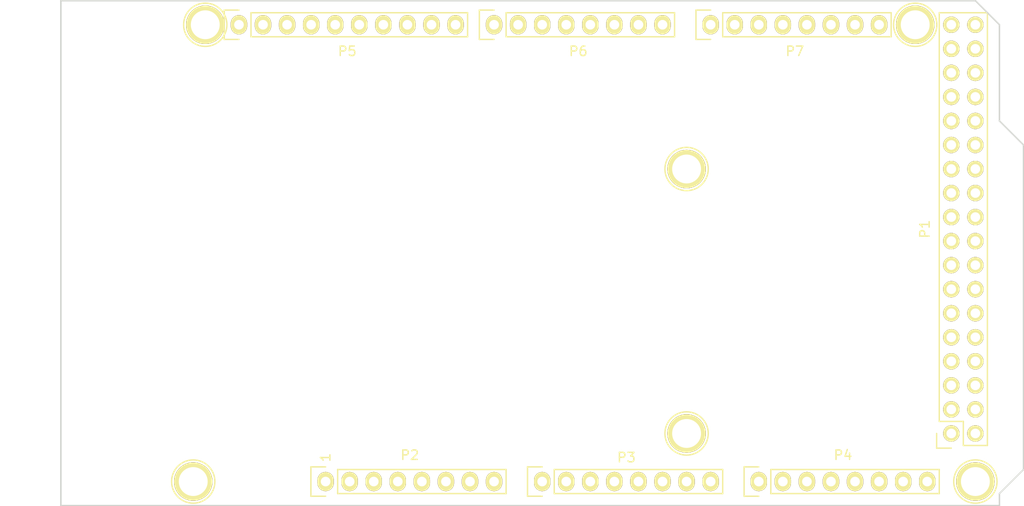
<source format=kicad_pcb>
(kicad_pcb (version 20221018) (generator pcbnew)
  (title_block (date "mar. 31 mars 2015"))
  (layers (0 "F.Cu" signal) (31 "B.Cu" signal) (34 "B.Paste" user) (35 "F.Paste" user) (36 "B.SilkS" user "B.Silkscreen") (37 "F.SilkS" user "F.Silkscreen") (38 "B.Mask" user) (39 "F.Mask" user) (44 "Edge.Cuts" user))
  (net 0 "")
  (net 1 "GND")
  (net 2 "/52(SCK)")
  (net 3 "/53(SS)")
  (net 4 "/50(MISO)")
  (net 5 "/51(MOSI)")
  (net 6 "/48")
  (net 7 "/49")
  (net 8 "/46")
  (net 9 "/47")
  (net 10 "/44")
  (net 11 "/45")
  (net 12 "/42")
  (net 13 "/43")
  (net 14 "/40")
  (net 15 "/41")
  (net 16 "/38")
  (net 17 "/39")
  (net 18 "/36")
  (net 19 "/37")
  (net 20 "/34")
  (net 21 "/35")
  (net 22 "/32")
  (net 23 "/33")
  (net 24 "/30")
  (net 25 "/31")
  (net 26 "/28")
  (net 27 "/29")
  (net 28 "/26")
  (net 29 "/27")
  (net 30 "/24")
  (net 31 "/25")
  (net 32 "/22")
  (net 33 "/23")
  (net 34 "+5V")
  (net 35 "/IOREF")
  (net 36 "/Reset")
  (net 37 "/Vin")
  (net 38 "/A0")
  (net 39 "/A1")
  (net 40 "/A2")
  (net 41 "/A3")
  (net 42 "/A4")
  (net 43 "/A5")
  (net 44 "/A6")
  (net 45 "/A7")
  (net 46 "/A8")
  (net 47 "/A9")
  (net 48 "/A10")
  (net 49 "/A11")
  (net 50 "/A12")
  (net 51 "/A13")
  (net 52 "/A14")
  (net 53 "/A15")
  (net 54 "/SCL")
  (net 55 "/SDA")
  (net 56 "/AREF")
  (net 57 "/13(**)")
  (net 58 "/12(**)")
  (net 59 "/11(**)")
  (net 60 "/10(**)")
  (net 61 "/9(**)")
  (net 62 "/8(**)")
  (net 63 "/7(**)")
  (net 64 "/6(**)")
  (net 65 "/5(**)")
  (net 66 "/4(**)")
  (net 67 "/3(**)")
  (net 68 "/2(**)")
  (net 69 "/20(SDA)")
  (net 70 "/21(SCL)")
  (net 71 "Net-(P8-Pad1)")
  (net 72 "Net-(P9-Pad1)")
  (net 73 "Net-(P10-Pad1)")
  (net 74 "Net-(P11-Pad1)")
  (net 75 "Net-(P12-Pad1)")
  (net 76 "Net-(P13-Pad1)")
  (net 77 "Net-(P2-Pad1)")
  (net 78 "+3V3")
  (net 79 "/1(Tx0)")
  (net 80 "/0(Rx0)")
  (net 81 "/14(Tx3)")
  (net 82 "/15(Rx3)")
  (net 83 "/16(Tx2)")
  (net 84 "/17(Rx2)")
  (net 85 "/18(Tx1)")
  (net 86 "/19(Rx1)")
  (footprint "Socket_Arduino_Mega:Socket_Strip_Arduino_2x18" (layer "F.Cu") (at 197.358 114.046 90)
    (fp_text reference "P1" (at 21.59 -2.794 90) (layer "F.SilkS"))
    (fp_text value "Digital")
    (fp_line (start -1.55 -1.55) (end -1.55 0) (stroke (width 0.15)) (layer "F.SilkS"))
    (fp_line (start -1.27 1.27) (end 1.27 1.27) (stroke (width 0.15)) (layer "F.SilkS"))
    (fp_line (start -1.27 3.81) (end -1.27 1.27) (stroke (width 0.15)) (layer "F.SilkS"))
    (fp_line (start -1.27 3.81) (end 44.45 3.81) (stroke (width 0.15)) (layer "F.SilkS"))
    (fp_line (start 0 -1.55) (end -1.55 -1.55) (stroke (width 0.15)) (layer "F.SilkS"))
    (fp_line (start 1.27 1.27) (end 1.27 -1.27) (stroke (width 0.15)) (layer "F.SilkS"))
    (fp_line (start 44.45 -1.27) (end 1.27 -1.27) (stroke (width 0.15)) (layer "F.SilkS"))
    (fp_line (start 44.45 3.81) (end 44.45 -1.27) (stroke (width 0.15)) (layer "F.SilkS"))
    (pad "1" thru_hole circle locked (at 0 0 90) (size 1.7272 1.7272) (drill 1.016) (layers "*.Cu" "*.Mask" "F.SilkS") (net 1 "GND"))
    (pad "2" thru_hole oval locked (at 0 2.54 90) (size 1.7272 1.7272) (drill 1.016) (layers "*.Cu" "*.Mask" "F.SilkS") (net 1 "GND"))
    (pad "3" thru_hole oval locked (at 2.54 0 90) (size 1.7272 1.7272) (drill 1.016) (layers "*.Cu" "*.Mask" "F.SilkS") (net 2 "/52(SCK)"))
    (pad "4" thru_hole oval locked (at 2.54 2.54 90) (size 1.7272 1.7272) (drill 1.016) (layers "*.Cu" "*.Mask" "F.SilkS") (net 3 "/53(SS)"))
    (pad "5" thru_hole oval locked (at 5.08 0 90) (size 1.7272 1.7272) (drill 1.016) (layers "*.Cu" "*.Mask" "F.SilkS") (net 4 "/50(MISO)"))
    (pad "6" thru_hole oval locked (at 5.08 2.54 90) (size 1.7272 1.7272) (drill 1.016) (layers "*.Cu" "*.Mask" "F.SilkS") (net 5 "/51(MOSI)"))
    (pad "7" thru_hole oval locked (at 7.62 0 90) (size 1.7272 1.7272) (drill 1.016) (layers "*.Cu" "*.Mask" "F.SilkS") (net 6 "/48"))
    (pad "8" thru_hole oval locked (at 7.62 2.54 90) (size 1.7272 1.7272) (drill 1.016) (layers "*.Cu" "*.Mask" "F.SilkS") (net 7 "/49"))
    (pad "9" thru_hole oval locked (at 10.16 0 90) (size 1.7272 1.7272) (drill 1.016) (layers "*.Cu" "*.Mask" "F.SilkS") (net 8 "/46"))
    (pad "10" thru_hole oval locked (at 10.16 2.54 90) (size 1.7272 1.7272) (drill 1.016) (layers "*.Cu" "*.Mask" "F.SilkS") (net 9 "/47"))
    (pad "11" thru_hole oval locked (at 12.7 0 90) (size 1.7272 1.7272) (drill 1.016) (layers "*.Cu" "*.Mask" "F.SilkS") (net 10 "/44"))
    (pad "12" thru_hole oval locked (at 12.7 2.54 90) (size 1.7272 1.7272) (drill 1.016) (layers "*.Cu" "*.Mask" "F.SilkS") (net 11 "/45"))
    (pad "13" thru_hole oval locked (at 15.24 0 90) (size 1.7272 1.7272) (drill 1.016) (layers "*.Cu" "*.Mask" "F.SilkS") (net 12 "/42"))
    (pad "14" thru_hole oval locked (at 15.24 2.54 90) (size 1.7272 1.7272) (drill 1.016) (layers "*.Cu" "*.Mask" "F.SilkS") (net 13 "/43"))
    (pad "15" thru_hole oval locked (at 17.78 0 90) (size 1.7272 1.7272) (drill 1.016) (layers "*.Cu" "*.Mask" "F.SilkS") (net 14 "/40"))
    (pad "16" thru_hole oval locked (at 17.78 2.54 90) (size 1.7272 1.7272) (drill 1.016) (layers "*.Cu" "*.Mask" "F.SilkS") (net 15 "/41"))
    (pad "17" thru_hole oval locked (at 20.32 0 90) (size 1.7272 1.7272) (drill 1.016) (layers "*.Cu" "*.Mask" "F.SilkS") (net 16 "/38"))
    (pad "18" thru_hole oval locked (at 20.32 2.54 90) (size 1.7272 1.7272) (drill 1.016) (layers "*.Cu" "*.Mask" "F.SilkS") (net 17 "/39"))
    (pad "19" thru_hole oval locked (at 22.86 0 90) (size 1.7272 1.7272) (drill 1.016) (layers "*.Cu" "*.Mask" "F.SilkS") (net 18 "/36"))
    (pad "20" thru_hole oval locked (at 22.86 2.54 90) (size 1.7272 1.7272) (drill 1.016) (layers "*.Cu" "*.Mask" "F.SilkS") (net 19 "/37"))
    (pad "21" thru_hole oval locked (at 25.4 0 90) (size 1.7272 1.7272) (drill 1.016) (layers "*.Cu" "*.Mask" "F.SilkS") (net 20 "/34"))
    (pad "22" thru_hole oval locked (at 25.4 2.54 90) (size 1.7272 1.7272) (drill 1.016) (layers "*.Cu" "*.Mask" "F.SilkS") (net 21 "/35"))
    (pad "23" thru_hole oval locked (at 27.94 0 90) (size 1.7272 1.7272) (drill 1.016) (layers "*.Cu" "*.Mask" "F.SilkS") (net 22 "/32"))
    (pad "24" thru_hole oval locked (at 27.94 2.54 90) (size 1.7272 1.7272) (drill 1.016) (layers "*.Cu" "*.Mask" "F.SilkS") (net 23 "/33"))
    (pad "25" thru_hole oval locked (at 30.48 0 90) (size 1.7272 1.7272) (drill 1.016) (layers "*.Cu" "*.Mask" "F.SilkS") (net 24 "/30"))
    (pad "26" thru_hole oval locked (at 30.48 2.54 90) (size 1.7272 1.7272) (drill 1.016) (layers "*.Cu" "*.Mask" "F.SilkS") (net 25 "/31"))
    (pad "27" thru_hole oval locked (at 33.02 0 90) (size 1.7272 1.7272) (drill 1.016) (layers "*.Cu" "*.Mask" "F.SilkS") (net 26 "/28"))
    (pad "28" thru_hole oval locked (at 33.02 2.54 90) (size 1.7272 1.7272) (drill 1.016) (layers "*.Cu" "*.Mask" "F.SilkS") (net 27 "/29"))
    (pad "29" thru_hole oval locked (at 35.56 0 90) (size 1.7272 1.7272) (drill 1.016) (layers "*.Cu" "*.Mask" "F.SilkS") (net 28 "/26"))
    (pad "30" thru_hole oval locked (at 35.56 2.54 90) (size 1.7272 1.7272) (drill 1.016) (layers "*.Cu" "*.Mask" "F.SilkS") (net 29 "/27"))
    (pad "31" thru_hole oval locked (at 38.1 0 90) (size 1.7272 1.7272) (drill 1.016) (layers "*.Cu" "*.Mask" "F.SilkS") (net 30 "/24"))
    (pad "32" thru_hole oval locked (at 38.1 2.54 90) (size 1.7272 1.7272) (drill 1.016) (layers "*.Cu" "*.Mask" "F.SilkS") (net 31 "/25"))
    (pad "33" thru_hole oval locked (at 40.64 0 90) (size 1.7272 1.7272) (drill 1.016) (layers "*.Cu" "*.Mask" "F.SilkS") (net 32 "/22"))
    (pad "34" thru_hole oval locked (at 40.64 2.54 90) (size 1.7272 1.7272) (drill 1.016) (layers "*.Cu" "*.Mask" "F.SilkS") (net 33 "/23"))
    (pad "35" thru_hole oval locked (at 43.18 0 90) (size 1.7272 1.7272) (drill 1.016) (layers "*.Cu" "*.Mask" "F.SilkS") (net 34 "+5V"))
    (pad "36" thru_hole oval locked (at 43.18 2.54 90) (size 1.7272 1.7272) (drill 1.016) (layers "*.Cu" "*.Mask" "F.SilkS") (net 34 "+5V"))
  )
  (footprint "Socket_Arduino_Mega:Socket_Strip_Arduino_1x08" (layer "F.Cu") (at 131.318 119.126)
    (fp_text reference "P2" (at 8.89 -2.794) (layer "F.SilkS"))
    (fp_text value "Power")
    (fp_line (start -1.55 -1.55) (end -1.55 1.55) (stroke (width 0.15)) (layer "F.SilkS"))
    (fp_line (start -1.55 1.55) (end 0 1.55) (stroke (width 0.15)) (layer "F.SilkS"))
    (fp_line (start 0 -1.55) (end -1.55 -1.55) (stroke (width 0.15)) (layer "F.SilkS"))
    (fp_line (start 1.27 1.27) (end 1.27 -1.27) (stroke (width 0.15)) (layer "F.SilkS"))
    (fp_line (start 1.27 1.27) (end 19.05 1.27) (stroke (width 0.15)) (layer "F.SilkS"))
    (fp_line (start 19.05 -1.27) (end 1.27 -1.27) (stroke (width 0.15)) (layer "F.SilkS"))
    (fp_line (start 19.05 1.27) (end 19.05 -1.27) (stroke (width 0.15)) (layer "F.SilkS"))
    (pad "1" thru_hole oval locked (at 0 0) (size 1.7272 2.032) (drill 1.016) (layers "*.Cu" "*.Mask" "F.SilkS") (net 77 "Net-(P2-Pad1)"))
    (pad "2" thru_hole oval locked (at 2.54 0) (size 1.7272 2.032) (drill 1.016) (layers "*.Cu" "*.Mask" "F.SilkS") (net 35 "/IOREF"))
    (pad "3" thru_hole oval locked (at 5.08 0) (size 1.7272 2.032) (drill 1.016) (layers "*.Cu" "*.Mask" "F.SilkS") (net 36 "/Reset"))
    (pad "4" thru_hole oval locked (at 7.62 0) (size 1.7272 2.032) (drill 1.016) (layers "*.Cu" "*.Mask" "F.SilkS") (net 78 "+3V3"))
    (pad "5" thru_hole oval locked (at 10.16 0) (size 1.7272 2.032) (drill 1.016) (layers "*.Cu" "*.Mask" "F.SilkS") (net 34 "+5V"))
    (pad "6" thru_hole oval locked (at 12.7 0) (size 1.7272 2.032) (drill 1.016) (layers "*.Cu" "*.Mask" "F.SilkS") (net 1 "GND"))
    (pad "7" thru_hole oval locked (at 15.24 0) (size 1.7272 2.032) (drill 1.016) (layers "*.Cu" "*.Mask" "F.SilkS") (net 1 "GND"))
    (pad "8" thru_hole oval locked (at 17.78 0) (size 1.7272 2.032) (drill 1.016) (layers "*.Cu" "*.Mask" "F.SilkS") (net 37 "/Vin"))
  )
  (footprint "Socket_Arduino_Mega:Socket_Strip_Arduino_1x08" (layer "F.Cu") (at 154.178 119.126)
    (fp_text reference "P3" (at 8.89 -2.54) (layer "F.SilkS"))
    (fp_text value "Analog")
    (fp_line (start -1.55 -1.55) (end -1.55 1.55) (stroke (width 0.15)) (layer "F.SilkS"))
    (fp_line (start -1.55 1.55) (end 0 1.55) (stroke (width 0.15)) (layer "F.SilkS"))
    (fp_line (start 0 -1.55) (end -1.55 -1.55) (stroke (width 0.15)) (layer "F.SilkS"))
    (fp_line (start 1.27 1.27) (end 1.27 -1.27) (stroke (width 0.15)) (layer "F.SilkS"))
    (fp_line (start 1.27 1.27) (end 19.05 1.27) (stroke (width 0.15)) (layer "F.SilkS"))
    (fp_line (start 19.05 -1.27) (end 1.27 -1.27) (stroke (width 0.15)) (layer "F.SilkS"))
    (fp_line (start 19.05 1.27) (end 19.05 -1.27) (stroke (width 0.15)) (layer "F.SilkS"))
    (pad "1" thru_hole oval locked (at 0 0) (size 1.7272 2.032) (drill 1.016) (layers "*.Cu" "*.Mask" "F.SilkS") (net 38 "/A0"))
    (pad "2" thru_hole oval locked (at 2.54 0) (size 1.7272 2.032) (drill 1.016) (layers "*.Cu" "*.Mask" "F.SilkS") (net 39 "/A1"))
    (pad "3" thru_hole oval locked (at 5.08 0) (size 1.7272 2.032) (drill 1.016) (layers "*.Cu" "*.Mask" "F.SilkS") (net 40 "/A2"))
    (pad "4" thru_hole oval locked (at 7.62 0) (size 1.7272 2.032) (drill 1.016) (layers "*.Cu" "*.Mask" "F.SilkS") (net 41 "/A3"))
    (pad "5" thru_hole oval locked (at 10.16 0) (size 1.7272 2.032) (drill 1.016) (layers "*.Cu" "*.Mask" "F.SilkS") (net 42 "/A4"))
    (pad "6" thru_hole oval locked (at 12.7 0) (size 1.7272 2.032) (drill 1.016) (layers "*.Cu" "*.Mask" "F.SilkS") (net 43 "/A5"))
    (pad "7" thru_hole oval locked (at 15.24 0) (size 1.7272 2.032) (drill 1.016) (layers "*.Cu" "*.Mask" "F.SilkS") (net 44 "/A6"))
    (pad "8" thru_hole oval locked (at 17.78 0) (size 1.7272 2.032) (drill 1.016) (layers "*.Cu" "*.Mask" "F.SilkS") (net 45 "/A7"))
  )
  (footprint "Socket_Arduino_Mega:Socket_Strip_Arduino_1x08" (layer "F.Cu") (at 177.038 119.126)
    (fp_text reference "P4" (at 8.89 -2.794) (layer "F.SilkS"))
    (fp_text value "Analog")
    (fp_line (start -1.55 -1.55) (end -1.55 1.55) (stroke (width 0.15)) (layer "F.SilkS"))
    (fp_line (start -1.55 1.55) (end 0 1.55) (stroke (width 0.15)) (layer "F.SilkS"))
    (fp_line (start 0 -1.55) (end -1.55 -1.55) (stroke (width 0.15)) (layer "F.SilkS"))
    (fp_line (start 1.27 1.27) (end 1.27 -1.27) (stroke (width 0.15)) (layer "F.SilkS"))
    (fp_line (start 1.27 1.27) (end 19.05 1.27) (stroke (width 0.15)) (layer "F.SilkS"))
    (fp_line (start 19.05 -1.27) (end 1.27 -1.27) (stroke (width 0.15)) (layer "F.SilkS"))
    (fp_line (start 19.05 1.27) (end 19.05 -1.27) (stroke (width 0.15)) (layer "F.SilkS"))
    (pad "1" thru_hole oval locked (at 0 0) (size 1.7272 2.032) (drill 1.016) (layers "*.Cu" "*.Mask" "F.SilkS") (net 46 "/A8"))
    (pad "2" thru_hole oval locked (at 2.54 0) (size 1.7272 2.032) (drill 1.016) (layers "*.Cu" "*.Mask" "F.SilkS") (net 47 "/A9"))
    (pad "3" thru_hole oval locked (at 5.08 0) (size 1.7272 2.032) (drill 1.016) (layers "*.Cu" "*.Mask" "F.SilkS") (net 48 "/A10"))
    (pad "4" thru_hole oval locked (at 7.62 0) (size 1.7272 2.032) (drill 1.016) (layers "*.Cu" "*.Mask" "F.SilkS") (net 49 "/A11"))
    (pad "5" thru_hole oval locked (at 10.16 0) (size 1.7272 2.032) (drill 1.016) (layers "*.Cu" "*.Mask" "F.SilkS") (net 50 "/A12"))
    (pad "6" thru_hole oval locked (at 12.7 0) (size 1.7272 2.032) (drill 1.016) (layers "*.Cu" "*.Mask" "F.SilkS") (net 51 "/A13"))
    (pad "7" thru_hole oval locked (at 15.24 0) (size 1.7272 2.032) (drill 1.016) (layers "*.Cu" "*.Mask" "F.SilkS") (net 52 "/A14"))
    (pad "8" thru_hole oval locked (at 17.78 0) (size 1.7272 2.032) (drill 1.016) (layers "*.Cu" "*.Mask" "F.SilkS") (net 53 "/A15"))
  )
  (footprint "Socket_Arduino_Mega:Socket_Strip_Arduino_1x10" (layer "F.Cu") (at 122.174 70.866)
    (fp_text reference "P5" (at 11.43 2.794) (layer "F.SilkS"))
    (fp_text value "PWM")
    (fp_line (start -1.55 -1.55) (end -1.55 1.55) (stroke (width 0.15)) (layer "F.SilkS"))
    (fp_line (start -1.55 1.55) (end 0 1.55) (stroke (width 0.15)) (layer "F.SilkS"))
    (fp_line (start 0 -1.55) (end -1.55 -1.55) (stroke (width 0.15)) (layer "F.SilkS"))
    (fp_line (start 1.27 1.27) (end 1.27 -1.27) (stroke (width 0.15)) (layer "F.SilkS"))
    (fp_line (start 1.27 1.27) (end 24.13 1.27) (stroke (width 0.15)) (layer "F.SilkS"))
    (fp_line (start 24.13 -1.27) (end 1.27 -1.27) (stroke (width 0.15)) (layer "F.SilkS"))
    (fp_line (start 24.13 1.27) (end 24.13 -1.27) (stroke (width 0.15)) (layer "F.SilkS"))
    (pad "1" thru_hole oval locked (at 0 0) (size 1.7272 2.032) (drill 1.016) (layers "*.Cu" "*.Mask" "F.SilkS") (net 54 "/SCL"))
    (pad "2" thru_hole oval locked (at 2.54 0) (size 1.7272 2.032) (drill 1.016) (layers "*.Cu" "*.Mask" "F.SilkS") (net 55 "/SDA"))
    (pad "3" thru_hole oval locked (at 5.08 0) (size 1.7272 2.032) (drill 1.016) (layers "*.Cu" "*.Mask" "F.SilkS") (net 56 "/AREF"))
    (pad "4" thru_hole oval locked (at 7.62 0) (size 1.7272 2.032) (drill 1.016) (layers "*.Cu" "*.Mask" "F.SilkS") (net 1 "GND"))
    (pad "5" thru_hole oval locked (at 10.16 0) (size 1.7272 2.032) (drill 1.016) (layers "*.Cu" "*.Mask" "F.SilkS") (net 57 "/13(**)"))
    (pad "6" thru_hole oval locked (at 12.7 0) (size 1.7272 2.032) (drill 1.016) (layers "*.Cu" "*.Mask" "F.SilkS") (net 58 "/12(**)"))
    (pad "7" thru_hole oval locked (at 15.24 0) (size 1.7272 2.032) (drill 1.016) (layers "*.Cu" "*.Mask" "F.SilkS") (net 59 "/11(**)"))
    (pad "8" thru_hole oval locked (at 17.78 0) (size 1.7272 2.032) (drill 1.016) (layers "*.Cu" "*.Mask" "F.SilkS") (net 60 "/10(**)"))
    (pad "9" thru_hole oval locked (at 20.32 0) (size 1.7272 2.032) (drill 1.016) (layers "*.Cu" "*.Mask" "F.SilkS") (net 61 "/9(**)"))
    (pad "10" thru_hole oval locked (at 22.86 0) (size 1.7272 2.032) (drill 1.016) (layers "*.Cu" "*.Mask" "F.SilkS") (net 62 "/8(**)"))
  )
  (footprint "Socket_Arduino_Mega:Socket_Strip_Arduino_1x08" (layer "F.Cu") (at 149.098 70.866)
    (fp_text reference "P6" (at 8.89 2.794) (layer "F.SilkS"))
    (fp_text value "PWM")
    (fp_line (start -1.55 -1.55) (end -1.55 1.55) (stroke (width 0.15)) (layer "F.SilkS"))
    (fp_line (start -1.55 1.55) (end 0 1.55) (stroke (width 0.15)) (layer "F.SilkS"))
    (fp_line (start 0 -1.55) (end -1.55 -1.55) (stroke (width 0.15)) (layer "F.SilkS"))
    (fp_line (start 1.27 1.27) (end 1.27 -1.27) (stroke (width 0.15)) (layer "F.SilkS"))
    (fp_line (start 1.27 1.27) (end 19.05 1.27) (stroke (width 0.15)) (layer "F.SilkS"))
    (fp_line (start 19.05 -1.27) (end 1.27 -1.27) (stroke (width 0.15)) (layer "F.SilkS"))
    (fp_line (start 19.05 1.27) (end 19.05 -1.27) (stroke (width 0.15)) (layer "F.SilkS"))
    (pad "1" thru_hole oval locked (at 0 0) (size 1.7272 2.032) (drill 1.016) (layers "*.Cu" "*.Mask" "F.SilkS") (net 63 "/7(**)"))
    (pad "2" thru_hole oval locked (at 2.54 0) (size 1.7272 2.032) (drill 1.016) (layers "*.Cu" "*.Mask" "F.SilkS") (net 64 "/6(**)"))
    (pad "3" thru_hole oval locked (at 5.08 0) (size 1.7272 2.032) (drill 1.016) (layers "*.Cu" "*.Mask" "F.SilkS") (net 65 "/5(**)"))
    (pad "4" thru_hole oval locked (at 7.62 0) (size 1.7272 2.032) (drill 1.016) (layers "*.Cu" "*.Mask" "F.SilkS") (net 66 "/4(**)"))
    (pad "5" thru_hole oval locked (at 10.16 0) (size 1.7272 2.032) (drill 1.016) (layers "*.Cu" "*.Mask" "F.SilkS") (net 67 "/3(**)"))
    (pad "6" thru_hole oval locked (at 12.7 0) (size 1.7272 2.032) (drill 1.016) (layers "*.Cu" "*.Mask" "F.SilkS") (net 68 "/2(**)"))
    (pad "7" thru_hole oval locked (at 15.24 0) (size 1.7272 2.032) (drill 1.016) (layers "*.Cu" "*.Mask" "F.SilkS") (net 79 "/1(Tx0)"))
    (pad "8" thru_hole oval locked (at 17.78 0) (size 1.7272 2.032) (drill 1.016) (layers "*.Cu" "*.Mask" "F.SilkS") (net 80 "/0(Rx0)"))
  )
  (footprint "Socket_Arduino_Mega:Socket_Strip_Arduino_1x08" (layer "F.Cu") (at 171.958 70.866)
    (fp_text reference "P7" (at 8.89 2.794) (layer "F.SilkS"))
    (fp_text value "Communication")
    (fp_line (start -1.55 -1.55) (end -1.55 1.55) (stroke (width 0.15)) (layer "F.SilkS"))
    (fp_line (start -1.55 1.55) (end 0 1.55) (stroke (width 0.15)) (layer "F.SilkS"))
    (fp_line (start 0 -1.55) (end -1.55 -1.55) (stroke (width 0.15)) (layer "F.SilkS"))
    (fp_line (start 1.27 1.27) (end 1.27 -1.27) (stroke (width 0.15)) (layer "F.SilkS"))
    (fp_line (start 1.27 1.27) (end 19.05 1.27) (stroke (width 0.15)) (layer "F.SilkS"))
    (fp_line (start 19.05 -1.27) (end 1.27 -1.27) (stroke (width 0.15)) (layer "F.SilkS"))
    (fp_line (start 19.05 1.27) (end 19.05 -1.27) (stroke (width 0.15)) (layer "F.SilkS"))
    (pad "1" thru_hole oval locked (at 0 0) (size 1.7272 2.032) (drill 1.016) (layers "*.Cu" "*.Mask" "F.SilkS") (net 81 "/14(Tx3)"))
    (pad "2" thru_hole oval locked (at 2.54 0) (size 1.7272 2.032) (drill 1.016) (layers "*.Cu" "*.Mask" "F.SilkS") (net 82 "/15(Rx3)"))
    (pad "3" thru_hole oval locked (at 5.08 0) (size 1.7272 2.032) (drill 1.016) (layers "*.Cu" "*.Mask" "F.SilkS") (net 83 "/16(Tx2)"))
    (pad "4" thru_hole oval locked (at 7.62 0) (size 1.7272 2.032) (drill 1.016) (layers "*.Cu" "*.Mask" "F.SilkS") (net 84 "/17(Rx2)"))
    (pad "5" thru_hole oval locked (at 10.16 0) (size 1.7272 2.032) (drill 1.016) (layers "*.Cu" "*.Mask" "F.SilkS") (net 85 "/18(Tx1)"))
    (pad "6" thru_hole oval locked (at 12.7 0) (size 1.7272 2.032) (drill 1.016) (layers "*.Cu" "*.Mask" "F.SilkS") (net 86 "/19(Rx1)"))
    (pad "7" thru_hole oval locked (at 15.24 0) (size 1.7272 2.032) (drill 1.016) (layers "*.Cu" "*.Mask" "F.SilkS") (net 69 "/20(SDA)"))
    (pad "8" thru_hole oval locked (at 17.78 0) (size 1.7272 2.032) (drill 1.016) (layers "*.Cu" "*.Mask" "F.SilkS") (net 70 "/21(SCL)"))
  )
  (footprint "Socket_Arduino_Mega:Arduino_1pin" (layer "F.Cu") (at 117.348 119.126)
    (fp_text reference "P8" hide)
    (fp_text value "CONN_01X01" hide)
    (fp_circle (center 0 0) (end 0 -2.286) (stroke (width 0.15)) (fill none) (layer "F.SilkS"))
    (pad "1" thru_hole circle locked (at 0 0) (size 4.064 4.064) (drill 3.048) (layers "*.Cu" "*.Mask" "F.SilkS") (net 71 "Net-(P8-Pad1)"))
  )
  (footprint "Socket_Arduino_Mega:Arduino_1pin" (layer "F.Cu") (at 169.418 114.046)
    (fp_text reference "P9" hide)
    (fp_text value "CONN_01X01" hide)
    (fp_circle (center 0 0) (end 0 -2.286) (stroke (width 0.15)) (fill none) (layer "F.SilkS"))
    (pad "1" thru_hole circle locked (at 0 0) (size 4.064 4.064) (drill 3.048) (layers "*.Cu" "*.Mask" "F.SilkS") (net 72 "Net-(P9-Pad1)"))
  )
  (footprint "Socket_Arduino_Mega:Arduino_1pin" (layer "F.Cu") (at 199.898 119.126)
    (fp_text reference "P10" hide)
    (fp_text value "CONN_01X01" hide)
    (fp_circle (center 0 0) (end 0 -2.286) (stroke (width 0.15)) (fill none) (layer "F.SilkS"))
    (pad "1" thru_hole circle locked (at 0 0) (size 4.064 4.064) (drill 3.048) (layers "*.Cu" "*.Mask" "F.SilkS") (net 73 "Net-(P10-Pad1)"))
  )
  (footprint "Socket_Arduino_Mega:Arduino_1pin" (layer "F.Cu") (at 118.618 70.866)
    (fp_text reference "P11" hide)
    (fp_text value "CONN_01X01" hide)
    (fp_circle (center 0 0) (end 0 -2.286) (stroke (width 0.15)) (fill none) (layer "F.SilkS"))
    (pad "1" thru_hole circle locked (at 0 0) (size 4.064 4.064) (drill 3.048) (layers "*.Cu" "*.Mask" "F.SilkS") (net 74 "Net-(P11-Pad1)"))
  )
  (footprint "Socket_Arduino_Mega:Arduino_1pin" (layer "F.Cu") (at 169.418 86.106)
    (fp_text reference "P12" hide)
    (fp_text value "CONN_01X01" hide)
    (fp_circle (center 0 0) (end 0 -2.286) (stroke (width 0.15)) (fill none) (layer "F.SilkS"))
    (pad "1" thru_hole circle locked (at 0 0) (size 4.064 4.064) (drill 3.048) (layers "*.Cu" "*.Mask" "F.SilkS") (net 75 "Net-(P12-Pad1)"))
  )
  (footprint "Socket_Arduino_Mega:Arduino_1pin" (layer "F.Cu") (at 193.548 70.866)
    (fp_text reference "P13" hide)
    (fp_text value "CONN_01X01" hide)
    (fp_circle (center 0 0) (end 0 -2.286) (stroke (width 0.15)) (fill none) (layer "F.SilkS"))
    (pad "1" thru_hole circle locked (at 0 0) (size 4.064 4.064) (drill 3.048) (layers "*.Cu" "*.Mask" "F.SilkS") (net 76 "Net-(P13-Pad1)"))
  )
  (gr_line (start 202.438 120.396) (end 202.438 121.666) (stroke (width 0.15)) (layer "Edge.Cuts"))
  (gr_line (start 199.898 68.326) (end 202.438 70.866) (stroke (width 0.15)) (layer "Edge.Cuts"))
  (gr_line (start 103.378 68.326) (end 199.898 68.326) (stroke (width 0.15)) (layer "Edge.Cuts"))
  (gr_line (start 103.378 121.666) (end 103.378 68.326) (stroke (width 0.15)) (layer "Edge.Cuts"))
  (gr_line (start 202.438 70.866) (end 202.438 81.026) (stroke (width 0.15)) (layer "Edge.Cuts"))
  (gr_line (start 204.978 83.566) (end 204.978 117.856) (stroke (width 0.15)) (layer "Edge.Cuts"))
  (gr_line (start 204.978 117.856) (end 202.438 120.396) (stroke (width 0.15)) (layer "Edge.Cuts"))
  (gr_line (start 202.438 121.666) (end 103.378 121.666) (stroke (width 0.15)) (layer "Edge.Cuts"))
  (gr_line (start 202.438 81.026) (end 204.978 83.566) (stroke (width 0.15)) (layer "Edge.Cuts"))
  (gr_text "1" (at 131.318 116.586 90) (layer "F.SilkS") (effects (font (size 1 1))))
)
</source>
